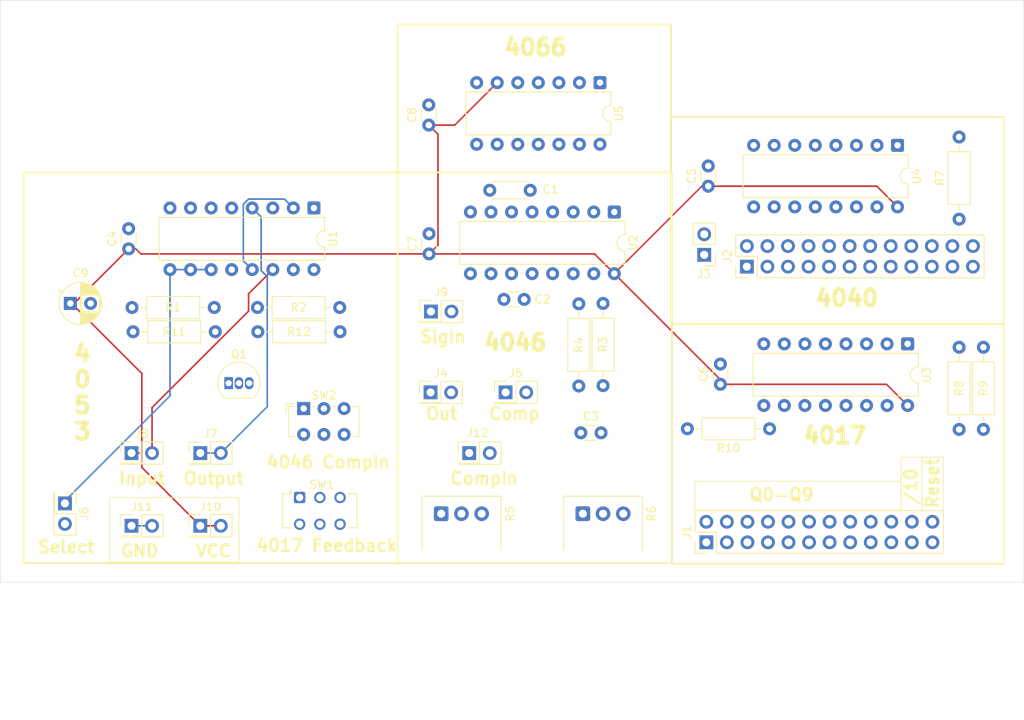
<source format=kicad_pcb>
(kicad_pcb (version 20241229) (generator "pcbnew") (generator_version "9.0")
  (layers (0 "F.Cu" signal) (2 "B.Cu" signal) (13 "F.Paste" user) (15 "B.Paste" user) (5 "F.SilkS" user "F.Silkscreen") (7 "B.SilkS" user "B.Silkscreen") (1 "F.Mask" user) (3 "B.Mask" user) (25 "Edge.Cuts" user))
  (net 0 "")
  (net 1 "Net-(U1-INH)")
  (net 2 "GND")
  (net 3 "Net-(U2-SigIn)")
  (net 4 "Net-(C3-Pad2)")
  (net 5 "/4040/Clock")
  (net 6 "/4040/Reset")
  (net 7 "/4046/SigIn")
  (net 8 "Net-(U2-C2)")
  (net 9 "Net-(U2-C1)")
  (net 10 "/4046/Comp")
  (net 11 "/4053/Select")
  (net 12 "Net-(U2-Inh)")
  (net 13 "Net-(U2-R1)")
  (net 16 "Net-(U2-VCOin)")
  (net 20 "VCC")
  (net 21 "Net-(U2-PC2)")
  (net 22 "/4017/Reset")
  (net 23 "/4017/ClockEnable")
  (net 24 "/4017/Clock")
  (net 25 "/4053/A")
  (net 26 "/4053/C")
  (net 27 "VDD")
  (net 28 "/4053/B")
  (net 29 "/4053/B1")
  (net 30 "/4017/Q1")
  (net 31 "/4017/Q2")
  (net 32 "/4017/Q6")
  (net 33 "/4017/Q7")
  (net 34 "/4017/Q8")
  (net 35 "/4017/Q0")
  (net 36 "/4017/Q5")
  (net 37 "/4017/Q3")
  (net 38 "/4017/Q4")
  (net 39 "/4017/Q10")
  (net 40 "/4017/Q9")
  (net 41 "/4040/Q0")
  (net 42 "/4040/Q11")
  (net 43 "/4040/Q7")
  (net 44 "/4040/Q3")
  (net 45 "/4040/Q9")
  (net 46 "/4040/Q4")
  (net 47 "/4040/Q8")
  (net 48 "/4040/Q5")
  (net 49 "/4040/Q1")
  (net 50 "/4040/Q2")
  (net 51 "/4040/Q6")
  (net 52 "/4040/Q10")
  (net 54 "Net-(Q1-C)")
  (net 55 "/4066/Aen")
  (net 56 "Net-(Q1-B)")
  (net 57 "/4066/B2")
  (net 58 "/4066/Ben")
  (net 59 "/4066/B1")
  (net 60 "/4066/A2")
  (net 61 "/4066/A1")
  (footprint "Capacitor_THT:C_Disc_D4.3mm_W1.9mm_P5.00mm" (layer "F.Cu") (at 151 99.5 180)
    (property "Reference" "C1" (at -2.5 0.125 0) (layer "F.SilkS"))
    (property "Value" "C1")
    (pad "1" thru_hole circle (at 0 0 180) (size 1.6 1.6) (drill 0.8) (layers "*.Cu" "*.Mask") (net 9 "Net-(U2-C1)"))
    (pad "2" thru_hole circle (at 5 0 180) (size 1.6 1.6) (drill 0.8) (layers "*.Cu" "*.Mask") (net 8 "Net-(U2-C2)"))
  )
  (footprint "Connector_PinHeader_2.54mm:PinHeader_2x01_P2.54mm_Vertical" (layer "F.Cu") (at 110.225 141)
    (property "Reference" "J10" (at 1.27 -2.38 0) (layer "F.SilkS"))
    (property "Value" "VCC")
    (pad "1" thru_hole rect (at 0 0) (size 1.7 1.7) (drill 1) (layers "*.Cu" "*.Mask") (net 20 "VCC"))
    (pad "2" thru_hole circle (at 2.54 0) (size 1.7 1.7) (drill 1) (layers "*.Cu" "*.Mask") (net 20 "VCC"))
  )
  (footprint "Package_DIP:DIP-14_W7.62mm" (layer "F.Cu") (at 159.62 86.195 -90)
    (property "Reference" "U5" (at 3.81 -2.33 90) (layer "F.SilkS"))
    (property "Value" "CD4066BE")
    (pad "1" thru_hole roundrect (at 0 0 270) (size 1.6 1.6) (drill 0.8) (layers "*.Cu" "*.Mask") (roundrect_rratio 0.15625) (net 61 "/4066/A1"))
    (pad "2" thru_hole circle (at 0 2.54 270) (size 1.6 1.6) (drill 0.8) (layers "*.Cu" "*.Mask") (net 60 "/4066/A2"))
    (pad "3" thru_hole circle (at 0 5.08 270) (size 1.6 1.6) (drill 0.8) (layers "*.Cu" "*.Mask") (net 57 "/4066/B2"))
    (pad "4" thru_hole circle (at 0 7.62 270) (size 1.6 1.6) (drill 0.8) (layers "*.Cu" "*.Mask") (net 59 "/4066/B1"))
    (pad "5" thru_hole circle (at 0 10.16 270) (size 1.6 1.6) (drill 0.8) (layers "*.Cu" "*.Mask") (net 58 "/4066/Ben"))
    (pad "6" thru_hole circle (at 0 12.7 270) (size 1.6 1.6) (drill 0.8) (layers "*.Cu" "*.Mask") (net 20 "VCC"))
    (pad "7" thru_hole circle (at 0 15.24 270) (size 1.6 1.6) (drill 0.8) (layers "*.Cu" "*.Mask") (net 2 "GND"))
    (pad "8" thru_hole circle (at 7.62 15.24 270) (size 1.6 1.6) (drill 0.8) (layers "*.Cu" "*.Mask") (net 29 "/4053/B1"))
    (pad "9" thru_hole circle (at 7.62 12.7 270) (size 1.6 1.6) (drill 0.8) (layers "*.Cu" "*.Mask") (net 50 "/4040/Q2"))
    (pad "10" thru_hole circle (at 7.62 10.16 270) (size 1.6 1.6) (drill 0.8) (layers "*.Cu" "*.Mask") (net 24 "/4017/Clock"))
    (pad "11" thru_hole circle (at 7.62 7.62 270) (size 1.6 1.6) (drill 0.8) (layers "*.Cu" "*.Mask") (net 5 "/4040/Clock"))
    (pad "12" thru_hole circle (at 7.62 5.08 270) (size 1.6 1.6) (drill 0.8) (layers "*.Cu" "*.Mask") (net 11 "/4053/Select"))
    (pad "13" thru_hole circle (at 7.62 2.54 270) (size 1.6 1.6) (drill 0.8) (layers "*.Cu" "*.Mask") (net 55 "/4066/Aen"))
    (pad "14" thru_hole circle (at 7.62 0 270) (size 1.6 1.6) (drill 0.8) (layers "*.Cu" "*.Mask") (net 27 "VDD"))
  )
  (footprint "Resistor_THT:R_Axial_DIN0207_L6.3mm_D2.5mm_P10.16mm_Horizontal" (layer "F.Cu") (at 117.34 117)
    (property "Reference" "R12" (at 5.08 0 0) (layer "F.SilkS"))
    (property "Value" "100k")
    (pad "1" thru_hole circle (at 0 0) (size 1.6 1.6) (drill 0.8) (layers "*.Cu" "*.Mask") (net 11 "/4053/Select"))
    (pad "2" thru_hole oval (at 10.16 0) (size 1.6 1.6) (drill 0.8) (layers "*.Cu" "*.Mask") (net 56 "Net-(Q1-B)"))
  )
  (footprint "Package_DIP:DIP-16_W7.62mm" (layer "F.Cu") (at 197.64 118.5 -90)
    (property "Reference" "U3" (at 3.81 -2.33 90) (layer "F.SilkS"))
    (property "Value" "4017")
    (pad "1" thru_hole roundrect (at 0 0 270) (size 1.6 1.6) (drill 0.8) (layers "*.Cu" "*.Mask") (roundrect_rratio 0.15625) (net 36 "/4017/Q5"))
    (pad "2" thru_hole circle (at 0 2.54 270) (size 1.6 1.6) (drill 0.8) (layers "*.Cu" "*.Mask") (net 30 "/4017/Q1"))
    (pad "3" thru_hole circle (at 0 5.08 270) (size 1.6 1.6) (drill 0.8) (layers "*.Cu" "*.Mask") (net 35 "/4017/Q0"))
    (pad "4" thru_hole circle (at 0 7.62 270) (size 1.6 1.6) (drill 0.8) (layers "*.Cu" "*.Mask") (net 31 "/4017/Q2"))
    (pad "5" thru_hole circle (at 0 10.16 270) (size 1.6 1.6) (drill 0.8) (layers "*.Cu" "*.Mask") (net 32 "/4017/Q6"))
    (pad "6" thru_hole circle (at 0 12.7 270) (size 1.6 1.6) (drill 0.8) (layers "*.Cu" "*.Mask") (net 33 "/4017/Q7"))
    (pad "7" thru_hole circle (at 0 15.24 270) (size 1.6 1.6) (drill 0.8) (layers "*.Cu" "*.Mask") (net 37 "/4017/Q3"))
    (pad "8" thru_hole circle (at 0 17.78 270) (size 1.6 1.6) (drill 0.8) (layers "*.Cu" "*.Mask") (net 2 "GND"))
    (pad "9" thru_hole circle (at 7.62 17.78 270) (size 1.6 1.6) (drill 0.8) (layers "*.Cu" "*.Mask") (net 34 "/4017/Q8"))
    (pad "10" thru_hole circle (at 7.62 15.24 270) (size 1.6 1.6) (drill 0.8) (layers "*.Cu" "*.Mask") (net 38 "/4017/Q4"))
    (pad "11" thru_hole circle (at 7.62 12.7 270) (size 1.6 1.6) (drill 0.8) (layers "*.Cu" "*.Mask") (net 40 "/4017/Q9"))
    (pad "12" thru_hole circle (at 7.62 10.16 270) (size 1.6 1.6) (drill 0.8) (layers "*.Cu" "*.Mask") (net 39 "/4017/Q10"))
    (pad "13" thru_hole circle (at 7.62 7.62 270) (size 1.6 1.6) (drill 0.8) (layers "*.Cu" "*.Mask") (net 23 "/4017/ClockEnable"))
    (pad "14" thru_hole circle (at 7.62 5.08 270) (size 1.6 1.6) (drill 0.8) (layers "*.Cu" "*.Mask") (net 24 "/4017/Clock"))
    (pad "15" thru_hole circle (at 7.62 2.54 270) (size 1.6 1.6) (drill 0.8) (layers "*.Cu" "*.Mask") (net 22 "/4017/Reset"))
    (pad "16" thru_hole circle (at 7.62 0 270) (size 1.6 1.6) (drill 0.8) (layers "*.Cu" "*.Mask") (net 20 "VCC"))
  )
  (footprint "Resistor_THT:R_Axial_DIN0207_L6.3mm_D2.5mm_P10.16mm_Horizontal" (layer "F.Cu") (at 101.795 114)
    (property "Reference" "R1" (at 5.08 0 0) (layer "F.SilkS"))
    (property "Value" "100K")
    (pad "1" thru_hole circle (at 0 0) (size 1.6 1.6) (drill 0.8) (layers "*.Cu" "*.Mask") (net 1 "Net-(U1-INH)"))
    (pad "2" thru_hole oval (at 10.16 0) (size 1.6 1.6) (drill 0.8) (layers "*.Cu" "*.Mask") (net 2 "GND"))
  )
  (footprint "Resistor_THT:R_Axial_DIN0207_L6.3mm_D2.5mm_P10.16mm_Horizontal" (layer "F.Cu") (at 180.58 129 180)
    (property "Reference" "R10" (at 5.08 -2.37 0) (layer "F.SilkS"))
    (property "Value" "100K")
    (pad "1" thru_hole circle (at 0 0 180) (size 1.6 1.6) (drill 0.8) (layers "*.Cu" "*.Mask") (net 24 "/4017/Clock"))
    (pad "2" thru_hole oval (at 10.16 0 180) (size 1.6 1.6) (drill 0.8) (layers "*.Cu" "*.Mask") (net 2 "GND"))
  )
  (footprint "Resistor_THT:R_Axial_DIN0207_L6.3mm_D2.5mm_P10.16mm_Horizontal" (layer "F.Cu") (at 204 129.08 90)
    (property "Reference" "R8" (at 5.08 0 90) (layer "F.SilkS"))
    (property "Value" "100K")
    (pad "1" thru_hole circle (at 0 0 90) (size 1.6 1.6) (drill 0.8) (layers "*.Cu" "*.Mask") (net 22 "/4017/Reset"))
    (pad "2" thru_hole oval (at 10.16 0 90) (size 1.6 1.6) (drill 0.8) (layers "*.Cu" "*.Mask") (net 2 "GND"))
  )
  (footprint "Connector_PinHeader_2.54mm:PinHeader_2x12_P2.54mm_Vertical" (layer "F.Cu") (at 177.77 108.945 90)
    (property "Reference" "J2" (at 1.27 -2.38 90) (layer "F.SilkS"))
    (property "Value" "4040 Output")
    (pad "1" thru_hole rect (at 0 0 90) (size 1.7 1.7) (drill 1) (layers "*.Cu" "*.Mask") (net 41 "/4040/Q0"))
    (pad "2" thru_hole circle (at 2.54 0 90) (size 1.7 1.7) (drill 1) (layers "*.Cu" "*.Mask") (net 41 "/4040/Q0"))
    (pad "3" thru_hole circle (at 0 2.54 90) (size 1.7 1.7) (drill 1) (layers "*.Cu" "*.Mask") (net 49 "/4040/Q1"))
    (pad "4" thru_hole circle (at 2.54 2.54 90) (size 1.7 1.7) (drill 1) (layers "*.Cu" "*.Mask") (net 49 "/4040/Q1"))
    (pad "5" thru_hole circle (at 0 5.08 90) (size 1.7 1.7) (drill 1) (layers "*.Cu" "*.Mask") (net 50 "/4040/Q2"))
    (pad "6" thru_hole circle (at 2.54 5.08 90) (size 1.7 1.7) (drill 1) (layers "*.Cu" "*.Mask") (net 50 "/4040/Q2"))
    (pad "7" thru_hole circle (at 0 7.62 90) (size 1.7 1.7) (drill 1) (layers "*.Cu" "*.Mask") (net 44 "/4040/Q3"))
    (pad "8" thru_hole circle (at 2.54 7.62 90) (size 1.7 1.7) (drill 1) (layers "*.Cu" "*.Mask") (net 44 "/4040/Q3"))
    (pad "9" thru_hole circle (at 0 10.16 90) (size 1.7 1.7) (drill 1) (layers "*.Cu" "*.Mask") (net 46 "/4040/Q4"))
    (pad "10" thru_hole circle (at 2.54 10.16 90) (size 1.7 1.7) (drill 1) (layers "*.Cu" "*.Mask") (net 46 "/4040/Q4"))
    (pad "11" thru_hole circle (at 0 12.7 90) (size 1.7 1.7) (drill 1) (layers "*.Cu" "*.Mask") (net 48 "/4040/Q5"))
    (pad "12" thru_hole circle (at 2.54 12.7 90) (size 1.7 1.7) (drill 1) (layers "*.Cu" "*.Mask") (net 48 "/4040/Q5"))
    (pad "13" thru_hole circle (at 0 15.24 90) (size 1.7 1.7) (drill 1) (layers "*.Cu" "*.Mask") (net 51 "/4040/Q6"))
    (pad "14" thru_hole circle (at 2.54 15.24 90) (size 1.7 1.7) (drill 1) (layers "*.Cu" "*.Mask") (net 51 "/4040/Q6"))
    (pad "15" thru_hole circle (at 0 17.78 90) (size 1.7 1.7) (drill 1) (layers "*.Cu" "*.Mask") (net 43 "/4040/Q7"))
    (pad "16" thru_hole circle (at 2.54 17.78 90) (size 1.7 1.7) (drill 1) (layers "*.Cu" "*.Mask") (net 43 "/4040/Q7"))
    (pad "17" thru_hole circle (at 0 20.32 90) (size 1.7 1.7) (drill 1) (layers "*.Cu" "*.Mask") (net 47 "/4040/Q8"))
    (pad "18" thru_hole circle (at 2.54 20.32 90) (size 1.7 1.7) (drill 1) (layers "*.Cu" "*.Mask") (net 47 "/4040/Q8"))
    (pad "19" thru_hole circle (at 0 22.86 90) (size 1.7 1.7) (drill 1) (layers "*.Cu" "*.Mask") (net 45 "/4040/Q9"))
    (pad "20" thru_hole circle (at 2.54 22.86 90) (size 1.7 1.7) (drill 1) (layers "*.Cu" "*.Mask") (net 45 "/4040/Q9"))
    (pad "21" thru_hole circle (at 0 25.4 90) (size 1.7 1.7) (drill 1) (layers "*.Cu" "*.Mask") (net 52 "/4040/Q10"))
    (pad "22" thru_hole circle (at 2.54 25.4 90) (size 1.7 1.7) (drill 1) (layers "*.Cu" "*.Mask") (net 52 "/4040/Q10"))
    (pad "23" thru_hole circle (at 0 27.94 90) (size 1.7 1.7) (drill 1) (layers "*.Cu" "*.Mask") (net 42 "/4040/Q11"))
    (pad "24" thru_hole circle (at 2.54 27.94 90) (size 1.7 1.7) (drill 1) (layers "*.Cu" "*.Mask") (net 42 "/4040/Q11"))
  )
  (footprint "Capacitor_THT:C_Disc_D3.0mm_W1.6mm_P2.50mm" (layer "F.Cu") (at 147.75 113)
    (property "Reference" "C2" (at 4.75 0 0) (layer "F.SilkS"))
    (property "Value" "1uF")
    (pad "1" thru_hole circle (at 0 0) (size 1.6 1.6) (drill 0.8) (layers "*.Cu" "*.Mask") (net 3 "Net-(U2-SigIn)"))
    (pad "2" thru_hole circle (at 2.5 0) (size 1.6 1.6) (drill 0.8) (layers "*.Cu" "*.Mask") (net 7 "/4046/SigIn"))
  )
  (footprint "Resistor_THT:R_Axial_DIN0207_L6.3mm_D2.5mm_P10.16mm_Horizontal" (layer "F.Cu") (at 204 103.08 90)
    (property "Reference" "R7" (at 5.08 -2.37 90) (layer "F.SilkS"))
    (property "Value" "100K")
    (pad "1" thru_hole circle (at 0 0 90) (size 1.6 1.6) (drill 0.8) (layers "*.Cu" "*.Mask") (net 6 "/4040/Reset"))
    (pad "2" thru_hole oval (at 10.16 0 90) (size 1.6 1.6) (drill 0.8) (layers "*.Cu" "*.Mask") (net 2 "GND"))
  )
  (footprint "Potentiometer_THT:Potentiometer_Alps_RK097_Single_Horizontal" (layer "F.Cu") (at 157.5 139.5 90)
    (property "Reference" "R6" (at 0 8.5 270) (layer "F.SilkS"))
    (property "Value" "R6")
    (pad "1" thru_hole roundrect (at 0 0 270) (size 1.8 1.8) (drill 1) (layers "*.Cu" "*.Mask") (roundrect_rratio 0.1388888889) (net 16 "Net-(U2-VCOin)"))
    (pad "2" thru_hole circle (at 0 2.5 270) (size 1.8 1.8) (drill 1) (layers "*.Cu" "*.Mask") (net 4 "Net-(C3-Pad2)"))
    (pad "3" thru_hole circle (at 0 5 270) (size 1.8 1.8) (drill 1) (layers "*.Cu" "*.Mask") (net 4 "Net-(C3-Pad2)"))
  )
  (footprint "Connector_PinHeader_2.54mm:PinHeader_2x01_P2.54mm_Vertical" (layer "F.Cu") (at 147.96 124.5)
    (property "Reference" "J5" (at 1.27 -2.38 0) (layer "F.SilkS"))
    (property "Value" "4046 Comp")
    (pad "1" thru_hole rect (at 0 0) (size 1.7 1.7) (drill 1) (layers "*.Cu" "*.Mask") (net 10 "/4046/Comp"))
    (pad "2" thru_hole circle (at 2.54 0) (size 1.7 1.7) (drill 1) (layers "*.Cu" "*.Mask") (net 10 "/4046/Comp"))
  )
  (footprint "Package_DIP:DIP-16_W7.62mm" (layer "F.Cu") (at 161.39 102.195 -90)
    (property "Reference" "U2" (at 3.81 -2.33 90) (layer "F.SilkS"))
    (property "Value" "4046")
    (pad "1" thru_hole roundrect (at 0 0 270) (size 1.6 1.6) (drill 0.8) (layers "*.Cu" "*.Mask") (roundrect_rratio 0.15625))
    (pad "2" thru_hole circle (at 0 2.54 270) (size 1.6 1.6) (drill 0.8) (layers "*.Cu" "*.Mask"))
    (pad "3" thru_hole circle (at 0 5.08 270) (size 1.6 1.6) (drill 0.8) (layers "*.Cu" "*.Mask") (net 10 "/4046/Comp"))
    (pad "4" thru_hole circle (at 0 7.62 270) (size 1.6 1.6) (drill 0.8) (layers "*.Cu" "*.Mask") (net 5 "/4040/Clock"))
    (pad "5" thru_hole circle (at 0 10.16 270) (size 1.6 1.6) (drill 0.8) (layers "*.Cu" "*.Mask") (net 12 "Net-(U2-Inh)"))
    (pad "6" thru_hole circle (at 0 12.7 270) (size 1.6 1.6) (drill 0.8) (layers "*.Cu" "*.Mask") (net 9 "Net-(U2-C1)"))
    (pad "7" thru_hole circle (at 0 15.24 270) (size 1.6 1.6) (drill 0.8) (layers "*.Cu" "*.Mask") (net 8 "Net-(U2-C2)"))
    (pad "8" thru_hole circle (at 0 17.78 270) (size 1.6 1.6) (drill 0.8) (layers "*.Cu" "*.Mask") (net 2 "GND"))
    (pad "9" thru_hole circle (at 7.62 17.78 270) (size 1.6 1.6) (drill 0.8) (layers "*.Cu" "*.Mask") (net 16 "Net-(U2-VCOin)"))
    (pad "10" thru_hole circle (at 7.62 15.24 270) (size 1.6 1.6) (drill 0.8) (layers "*.Cu" "*.Mask"))
    (pad "11" thru_hole circle (at 7.62 12.7 270) (size 1.6 1.6) (drill 0.8) (layers "*.Cu" "*.Mask") (net 13 "Net-(U2-R1)"))
    (pad "12" thru_hole circle (at 7.62 10.16 270) (size 1.6 1.6) (drill 0.8) (layers "*.Cu" "*.Mask"))
    (pad "13" thru_hole circle (at 7.62 7.62 270) (size 1.6 1.6) (drill 0.8) (layers "*.Cu" "*.Mask") (net 21 "Net-(U2-PC2)"))
    (pad "14" thru_hole circle (at 7.62 5.08 270) (size 1.6 1.6) (drill 0.8) (layers "*.Cu" "*.Mask") (net 3 "Net-(U2-SigIn)"))
    (pad "15" thru_hole circle (at 7.62 2.54 270) (size 1.6 1.6) (drill 0.8) (layers "*.Cu" "*.Mask"))
    (pad "16" thru_hole circle (at 7.62 0 270) (size 1.6 1.6) (drill 0.8) (layers "*.Cu" "*.Mask") (net 20 "VCC"))
  )
  (footprint "Package_DIP:DIP-16_W7.62mm" (layer "F.Cu") (at 124.265 101.695 -90)
    (property "Reference" "U1" (at 3.81 -2.33 90) (layer "F.SilkS"))
    (property "Value" "CD4053B")
    (pad "1" thru_hole roundrect (at 0 0 270) (size 1.6 1.6) (drill 0.8) (layers "*.Cu" "*.Mask") (roundrect_rratio 0.15625) (net 29 "/4053/B1"))
    (pad "2" thru_hole circle (at 0 2.54 270) (size 1.6 1.6) (drill 0.8) (layers "*.Cu" "*.Mask") (net 7 "/4046/SigIn"))
    (pad "3" thru_hole circle (at 0 5.08 270) (size 1.6 1.6) (drill 0.8) (layers "*.Cu" "*.Mask") (net 50 "/4040/Q2"))
    (pad "4" thru_hole circle (at 0 7.62 270) (size 1.6 1.6) (drill 0.8) (layers "*.Cu" "*.Mask") (net 26 "/4053/C"))
    (pad "5" thru_hole circle (at 0 10.16 270) (size 1.6 1.6) (drill 0.8) (layers "*.Cu" "*.Mask") (net 5 "/4040/Clock"))
    (pad "6" thru_hole circle (at 0 12.7 270) (size 1.6 1.6) (drill 0.8) (layers "*.Cu" "*.Mask") (net 1 "Net-(U1-INH)"))
    (pad "7" thru_hole circle (at 0 15.24 270) (size 1.6 1.6) (drill 0.8) (layers "*.Cu" "*.Mask") (net 2 "GND"))
    (pad "8" thru_hole circle (at 0 17.78 270) (size 1.6 1.6) (drill 0.8) (layers "*.Cu" "*.Mask") (net 2 "GND"))
    (pad "9" thru_hole circle (at 7.62 17.78 270) (size 1.6 1.6) (drill 0.8) (layers "*.Cu" "*.Mask") (net 11 "/4053/Select"))
    (pad "10" thru_hole circle (at 7.62 15.24 270) (size 1.6 1.6) (drill 0.8) (layers "*.Cu" "*.Mask") (net 11 "/4053/Select"))
    (pad "11" thru_hole circle (at 7.62 12.7 270) (size 1.6 1.6) (drill 0.8) (layers "*.Cu" "*.Mask") (net 11 "/4053/Select"))
    (pad "12" thru_hole circle (at 7.62 10.16 270) (size 1.6 1.6) (drill 0.8) (layers "*.Cu" "*.Mask") (net 24 "/4017/Clock"))
    (pad "13" thru_hole circle (at 7.62 7.62 270) (size 1.6 1.6) (drill 0.8) (layers "*.Cu" "*.Mask") (net 7 "/4046/SigIn"))
    (pad "14" thru_hole circle (at 7.62 5.08 270) (size 1.6 1.6) (drill 0.8) (layers "*.Cu" "*.Mask") (net 25 "/4053/A"))
    (pad "15" thru_hole circle (at 7.62 2.54 270) (size 1.6 1.6) (drill 0.8) (layers "*.Cu" "*.Mask") (net 28 "/4053/B"))
    (pad "16" thru_hole circle (at 7.62 0 270) (size 1.6 1.6) (drill 0.8) (layers "*.Cu" "*.Mask") (net 27 "VDD"))
  )
  (footprint "Capacitor_THT:C_Disc_D3.0mm_W1.6mm_P2.50mm" (layer "F.Cu") (at 138.46 91.445 90)
    (property "Reference" "C8" (at 1.25 -2.05 90) (layer "F.SilkS"))
    (property "Value" "100nF")
    (pad "1" thru_hole circle (at 0 0 90) (size 1.6 1.6) (drill 0.8) (layers "*.Cu" "*.Mask") (net 20 "VCC"))
    (pad "2" thru_hole circle (at 2.5 0 90) (size 1.6 1.6) (drill 0.8) (layers "*.Cu" "*.Mask") (net 2 "GND"))
  )
  (footprint "Connector_PinHeader_2.54mm:PinHeader_2x01_P2.54mm_Vertical" (layer "F.Cu") (at 110.225 132)
    (property "Reference" "J7" (at 1.27 -2.38 0) (layer "F.SilkS"))
    (property "Value" "Output")
    (pad "1" thru_hole rect (at 0 0) (size 1.7 1.7) (drill 1) (layers "*.Cu" "*.Mask") (net 26 "/4053/C"))
    (pad "2" thru_hole circle (at 2.54 0) (size 1.7 1.7) (drill 1) (layers "*.Cu" "*.Mask") (net 26 "/4053/C"))
  )
  (footprint "Capacitor_THT:C_Disc_D3.0mm_W1.6mm_P2.50mm" (layer "F.Cu") (at 101.375 106.75 90)
    (property "Reference" "C4" (at 1.25 -2.05 90) (layer "F.SilkS"))
    (property "Value" "100nF")
    (pad "1" thru_hole circle (at 0 0 90) (size 1.6 1.6) (drill 0.8) (layers "*.Cu" "*.Mask") (net 20 "VCC"))
    (pad "2" thru_hole circle (at 2.5 0 90) (size 1.6 1.6) (drill 0.8) (layers "*.Cu" "*.Mask") (net 2 "GND"))
  )
  (footprint "Button_Switch_THT:SW_E-Switch_EG1271_SPDT" (layer "F.Cu") (at 123 126.5)
    (property "Reference" "SW2" (at 2.5 -1.65 0) (layer "F.SilkS"))
    (property "Value" "4046 CompIn")
    (pad "1" thru_hole rect (at 0 0) (size 1.6 1.6) (drill 0.8) (layers "*.Cu" "*.Mask") (net 29 "/4053/B1"))
    (pad "2" thru_hole circle (at 2.5 0) (size 1.6 1.6) (drill 0.8) (layers "*.Cu" "*.Mask") (net 10 "/4046/Comp"))
    (pad "3" thru_hole circle (at 5 0) (size 1.6 1.6) (drill 0.8) (layers "*.Cu" "*.Mask"))
    (pad "4" thru_hole circle (at 0 3.2) (size 1.6 1.6) (drill 0.8) (layers "*.Cu" "*.Mask"))
    (pad "5" thru_hole circle (at 2.5 3.2) (size 1.6 1.6) (drill 0.8) (layers "*.Cu" "*.Mask"))
    (pad "6" thru_hole circle (at 5 3.2) (size 1.6 1.6) (drill 0.8) (layers "*.Cu" "*.Mask"))
  )
  (footprint "Connector_PinHeader_2.54mm:PinHeader_2x01_P2.54mm_Vertical" (layer "F.Cu") (at 138.725 114.5)
    (property "Reference" "J9" (at 1.27 -2.38 0) (layer "F.SilkS"))
    (property "Value" "4046 SigIn")
    (pad "1" thru_hole rect (at 0 0) (size 1.7 1.7) (drill 1) (layers "*.Cu" "*.Mask") (net 7 "/4046/SigIn"))
    (pad "2" thru_hole circle (at 2.54 0) (size 1.7 1.7) (drill 1) (layers "*.Cu" "*.Mask") (net 7 "/4046/SigIn"))
  )
  (footprint "Connector_PinHeader_2.54mm:PinHeader_1x02_P2.54mm_Vertical" (layer "F.Cu") (at 172.5 107.485 180)
    (property "Reference" "J3" (at 0 -2.38 0) (layer "F.SilkS"))
    (property "Value" "4040 Input")
    (pad "1" thru_hole rect (at 0 0 180) (size 1.7 1.7) (drill 1) (layers "*.Cu" "*.Mask") (net 5 "/4040/Clock"))
    (pad "2" thru_hole circle (at 0 2.54 180) (size 1.7 1.7) (drill 1) (layers "*.Cu" "*.Mask") (net 6 "/4040/Reset"))
  )
  (footprint "Resistor_THT:R_Axial_DIN0207_L6.3mm_D2.5mm_P10.16mm_Horizontal" (layer "F.Cu") (at 117.295 114)
    (property "Reference" "R2" (at 5.08 0 0) (layer "F.SilkS"))
    (property "Value" "100K")
    (pad "1" thru_hole circle (at 0 0) (size 1.6 1.6) (drill 0.8) (layers "*.Cu" "*.Mask") (net 11 "/4053/Select"))
    (pad "2" thru_hole oval (at 10.16 0) (size 1.6 1.6) (drill 0.8) (layers "*.Cu" "*.Mask") (net 2 "GND"))
  )
  (footprint "Capacitor_THT:C_Disc_D3.0mm_W1.6mm_P2.50mm" (layer "F.Cu") (at 174.5 123.5 90)
    (property "Reference" "C6" (at 1.25 -2.05 90) (layer "F.SilkS"))
    (property "Value" "100nF")
    (pad "1" thru_hole circle (at 0 0 90) (size 1.6 1.6) (drill 0.8) (layers "*.Cu" "*.Mask") (net 20 "VCC"))
    (pad "2" thru_hole circle (at 2.5 0 90) (size 1.6 1.6) (drill 0.8) (layers "*.Cu" "*.Mask") (net 2 "GND"))
  )
  (footprint "Resistor_THT:R_Axial_DIN0207_L6.3mm_D2.5mm_P10.16mm_Horizontal" (layer "F.Cu") (at 207 129.08 90)
    (property "Reference" "R9" (at 5.08 0 90) (layer "F.SilkS"))
    (property "Value" "100K")
    (pad "1" thru_hole circle (at 0 0 90) (size 1.6 1.6) (drill 0.8) (layers "*.Cu" "*.Mask") (net 23 "/4017/ClockEnable"))
    (pad "2" thru_hole oval (at 10.16 0 90) (size 1.6 1.6) (drill 0.8) (layers "*.Cu" "*.Mask") (net 2 "GND"))
  )
  (footprint "Connector_PinHeader_2.54mm:PinHeader_2x01_P2.54mm_Vertical" (layer "F.Cu") (at 101.725 141)
    (property "Reference" "J11" (at 1.27 -2.38 0) (layer "F.SilkS"))
    (property "Value" "GND")
    (pad "1" thru_hole rect (at 0 0) (size 1.7 1.7) (drill 1) (layers "*.Cu" "*.Mask") (net 2 "GND"))
    (pad "2" thru_hole circle (at 2.54 0) (size 1.7 1.7) (drill 1) (layers "*.Cu" "*.Mask") (net 2 "GND"))
  )
  (footprint "Package_DIP:DIP-16_W7.62mm" (layer "F.Cu") (at 196.39 93.945 -90)
    (property "Reference" "U4" (at 3.81 -2.33 90) (layer "F.SilkS"))
    (property "Value" "4040")
    (pad "1" thru_hole roundrect (at 0 0 270) (size 1.6 1.6) (drill 0.8) (layers "*.Cu" "*.Mask") (roundrect_rratio 0.15625) (net 42 "/4040/Q11"))
    (pad "2" thru_hole circle (at 0 2.54 270) (size 1.6 1.6) (drill 0.8) (layers "*.Cu" "*.Mask") (net 48 "/4040/Q5"))
    (pad "3" thru_hole circle (at 0 5.08 270) (size 1.6 1.6) (drill 0.8) (layers "*.Cu" "*.Mask") (net 46 "/4040/Q4"))
    (pad "4" thru_hole circle (at 0 7.62 270) (size 1.6 1.6) (drill 0.8) (layers "*.Cu" "*.Mask") (net 51 "/4040/Q6"))
    (pad "5" thru_hole circle (at 0 10.16 270) (size 1.6 1.6) (drill 0.8) (layers "*.Cu" "*.Mask") (net 44 "/4040/Q3"))
    (pad "6" thru_hole circle (at 0 12.7 270) (size 1.6 1.6) (drill 0.8) (layers "*.Cu" "*.Mask") (net 50 "/4040/Q2"))
    (pad "7" thru_hole circle (at 0 15.24 270) (size 1.6 1.6) (drill 0.8) (layers "*.Cu" "*.Mask") (net 49 "/4040/Q1"))
    (pad "8" thru_hole circle (at 0 17.78 270) (size 1.6 1.6) (drill 0.8) (layers "*.Cu" "*.Mask") (net 2 "GND"))
    (pad "9" thru_hole circle (at 7.62 17.78 270) (size 1.6 1.6) (drill 0.8) (layers "*.Cu" "*.Mask") (net 41 "/4040/Q0"))
    (pad "10" thru_hole circle (at 7.62 15.24 270) (size 1.6 1.6) (drill 0.8) (layers "*.Cu" "*.Mask") (net 5 "/4040/Clock"))
    (pad "11" thru_hole circle (at 7.62 12.7 270) (size 1.6 1.6) (drill 0.8) (layers "*.Cu" "*.Mask") (net 6 "/4040/Reset"))
    (pad "12" thru_hole circle (at 7.62 10.16 270) (size 1.6 1.6) (drill 0.8) (layers "*.Cu" "*.Mask") (net 47 "/4040/Q8"))
    (pad "13" thru_hole circle (at 7.62 7.62 270) (size 1.6 1.6) (drill 0.8) (layers "*.Cu" "*.Mask") (net 43 "/4040/Q7"))
    (pad "14" thru_hole circle (at 7.62 5.08 270) (size 1.6 1.6) (drill 0.8) (layers "*.Cu" "*.Mask") (net 45 "/4040/Q9"))
    (pad "15" thru_hole circle (at 7.62 2.54 270) (size 1.6 1.6) (drill 0.8) (layers "*.Cu" "*.Mask") (net 52 "/4040/Q10"))
    (pad "16" thru_hole circle (at 7.62 0 270) (size 1.6 1.6) (drill 0.8) (layers "*.Cu" "*.Mask") (net 20 "VCC"))
  )
  (footprint "Connector_PinHeader_2.54mm:PinHeader_2x01_P2.54mm_Vertical" (layer "F.Cu") (at 93.5 138.225 -90)
    (property "Reference" "J6" (at 1.27 -2.38 90) (layer "F.SilkS"))
    (property "Value" "Select")
    (pad "1" thru_hole rect (at 0 0 270) (size 1.7 1.7) (drill 1) (layers "*.Cu" "*.Mask") (net 11 "/4053/Select"))
    (pad "2" thru_hole circle (at 2.54 0 270) (size 1.7 1.7) (drill 1) (layers "*.Cu" "*.Mask") (net 11 "/4053/Select"))
  )
  (footprint "Button_Switch_THT:SW_CK_JS202011CQN_DPDT_Straight" (layer "F.Cu") (at 122.5 137.5)
    (property "Reference" "SW1" (at 2.75 -1.6 0) (layer "F.SilkS"))
    (property "Value" "4017 Feedback")
    (pad "1" thru_hole roundrect (at 0 0) (size 1.4 1.4) (drill 0.9) (layers "*.Cu" "*.Mask") (roundrect_rratio 0.1785714286) (net 22 "/4017/Reset"))
    (pad "2" thru_hole circle (at 2.5 0) (size 1.4 1.4) (drill 0.9) (layers "*.Cu" "*.Mask") (net 28 "/4053/B"))
    (pad "3" thru_hole circle (at 5 0) (size 1.4 1.4) (drill 0.9) (layers "*.Cu" "*.Mask") (net 35 "/4017/Q0"))
    (pad "4" thru_hole circle (at 5 3.3) (size 1.4 1.4) (drill 0.9) (layers "*.Cu" "*.Mask"))
    (pad "5" thru_hole circle (at 2.5 3.3) (size 1.4 1.4) (drill 0.9) (layers "*.Cu" "*.Mask"))
    (pad "6" thru_hole circle (at 0 3.3) (size 1.4 1.4) (drill 0.9) (layers "*.Cu" "*.Mask"))
  )
  (footprint "Potentiometer_THT:Potentiometer_Alps_RK097_Single_Horizontal" (layer "F.Cu") (at 140 139.5 90)
    (property "Reference" "R5" (at 0 8.5 270) (layer "F.SilkS"))
    (property "Value" "R5")
    (pad "1" thru_hole roundrect (at 0 0 270) (size 1.8 1.8) (drill 1) (layers "*.Cu" "*.Mask") (roundrect_rratio 0.1388888889) (net 21 "Net-(U2-PC2)"))
    (pad "2" thru_hole circle (at 0 2.5 270) (size 1.8 1.8) (drill 1) (layers "*.Cu" "*.Mask") (net 16 "Net-(U2-VCOin)"))
    (pad "3" thru_hole circle (at 0 5 270) (size 1.8 1.8) (drill 1) (layers "*.Cu" "*.Mask") (net 16 "Net-(U2-VCOin)"))
  )
  (footprint "Resistor_THT:R_Axial_DIN0207_L6.3mm_D2.5mm_P10.16mm_Horizontal" (layer "F.Cu") (at 101.92 117)
    (property "Reference" "R11" (at 5.08 0 0) (layer "F.SilkS"))
    (property "Value" "10k")
    (pad "1" thru_hole circle (at 0 0) (size 1.6 1.6) (drill 0.8) (layers "*.Cu" "*.Mask") (net 20 "VCC"))
    (pad "2" thru_hole oval (at 10.16 0) (size 1.6 1.6) (drill 0.8) (layers "*.Cu" "*.Mask") (net 54 "Net-(Q1-C)"))
  )
  (footprint "Connector_PinHeader_2.54mm:PinHeader_2x01_P2.54mm_Vertical" (layer "F.Cu") (at 143.46 132)
    (property "Reference" "J12" (at 1.04 -2.5 0) (layer "F.SilkS"))
    (property "Value" "4046 Comp In")
    (pad "1" thru_hole rect (at 0 0) (size 1.7 1.7) (drill 1) (layers "*.Cu" "*.Mask") (net 29 "/4053/B1"))
    (pad "2" thru_hole circle (at 2.54 0) (size 1.7 1.7) (drill 1) (layers "*.Cu" "*.Mask") (net 29 "/4053/B1"))
  )
  (footprint "Package_TO_SOT_THT:TO-92_Inline" (layer "F.Cu") (at 113.73 123.36)
    (property "Reference" "Q1" (at 1.27 -3.56 0) (layer "F.SilkS"))
    (property "Value" "2N3904")
    (pad "1" thru_hole rect (at 0 0) (size 1.05 1.5) (drill 0.75) (layers "*.Cu" "*.Mask") (net 2 "GND"))
    (pad "2" thru_hole oval (at 1.27 0) (size 1.05 1.5) (drill 0.75) (layers "*.Cu" "*.Mask") (net 56 "Net-(Q1-B)"))
    (pad "3" thru_hole oval (at 2.54 0) (size 1.05 1.5) (drill 0.75) (layers "*.Cu" "*.Mask") (net 54 "Net-(Q1-C)"))
  )
  (footprint "Connector_PinHeader_2.54mm:PinHeader_2x01_P2.54mm_Vertical" (layer "F.Cu") (at 138.685 124.5)
    (property "Reference" "J4" (at 1.27 -2.38 0) (layer "F.SilkS"))
    (property "Value" "4046 Out")
    (pad "1" thru_hole rect (at 0 0) (size 1.7 1.7) (drill 1) (layers "*.Cu" "*.Mask") (net 5 "/4040/Clock"))
    (pad "2" thru_hole circle (at 2.54 0) (size 1.7 1.7) (drill 1) (layers "*.Cu" "*.Mask") (net 5 "/4040/Clock"))
  )
  (footprint "Resistor_THT:R_Axial_DIN0207_L6.3mm_D2.5mm_P10.16mm_Horizontal" (layer "F.Cu") (at 160 113.5 -90)
    (property "Reference" "R3" (at 5.08 0 270) (layer "F.SilkS"))
    (property "Value" "100K")
    (pad "1" thru_hole circle (at 0 0 270) (size 1.6 1.6) (drill 0.8) (layers "*.Cu" "*.Mask") (net 12 "Net-(U2-Inh)"))
    (pad "2" thru_hole oval (at 10.16 0 270) (size 1.6 1.6) (drill 0.8) (layers "*.Cu" "*.Mask") (net 2 "GND"))
  )
  (footprint "Capacitor_THT:CP_Radial_D5.0mm_P2.50mm" (layer "F.Cu") (at 94.1699 113.5)
    (property "Reference" "C9" (at 1.25 -3.75 0) (layer "F.SilkS"))
    (property "Value" "10uF")
    (pad "1" thru_hole rect (at 0 0) (size 1.6 1.6) (drill 0.8) (layers "*.Cu" "*.Mask") (net 20 "VCC"))
    (pad "2" thru_hole circle (at 2.5 0) (size 1.6 1.6) (drill 0.8) (layers "*.Cu" "*.Mask") (net 2 "GND"))
  )
  (footprint "Capacitor_THT:C_Disc_D3.0mm_W1.6mm_P2.50mm" (layer "F.Cu") (at 138.5 107.375 90)
    (property "Reference" "C7" (at 1.25 -2.05 90) (layer "F.SilkS"))
    (property "Value" "100nF")
    (pad "1" thru_hole circle (at 0 0 90) (size 1.6 1.6) (drill 0.8) (layers "*.Cu" "*.Mask") (net 20 "VCC"))
    (pad "2" thru_hole circle (at 2.5 0 90) (size 1.6 1.6) (drill 0.8) (layers "*.Cu" "*.Mask") (net 2 "GND"))
  )
  (footprint "Capacitor_THT:C_Disc_D3.0mm_W1.6mm_P2.50mm" (layer "F.Cu") (at 157.25 129.5)
    (property "Reference" "C3" (at 1.25 -2.05 0) (layer "F.SilkS"))
    (property "Value" "1uF")
    (pad "1" thru_hole circle (at 0 0) (size 1.6 1.6) (drill 0.8) (layers "*.Cu" "*.Mask") (net 2 "GND"))
    (pad "2" thru_hole circle (at 2.5 0) (size 1.6 1.6) (drill 0.8) (layers "*.Cu" "*.Mask") (net 4 "Net-(C3-Pad2)"))
  )
  (footprint "Connector_PinHeader_2.54mm:PinHeader_2x01_P2.54mm_Vertical" (layer "F.Cu") (at 101.725 132)
    (property "Reference" "J8" (at 1.27 -2.38 0) (layer "F.SilkS"))
    (property "Value" "Input")
    (pad "1" thru_hole rect (at 0 0) (size 1.7 1.7) (drill 1) (layers "*.Cu" "*.Mask") (net 25 "/4053/A"))
    (pad "2" thru_hole circle (at 2.54 0) (size 1.7 1.7) (drill 1) (layers "*.Cu" "*.Mask") (net 25 "/4053/A"))
  )
  (footprint "Capacitor_THT:C_Disc_D3.0mm_W1.6mm_P2.50mm" (layer "F.Cu") (at 173 99 90)
    (property "Reference" "C5" (at 1.25 -2.05 90) (layer "F.SilkS"))
    (property "Value" "100nF")
    (pad "1" thru_hole circle (at 0 0 90) (size 1.6 1.6) (drill 0.8) (layers "*.Cu" "*.Mask") (net 20 "VCC"))
    (pad "2" thru_hole circle (at 2.5 0 90) (size 1.6 1.6) (drill 0.8) (layers "*.Cu" "*.Mask") (net 2 "GND"))
  )
  (footprint "Resistor_THT:R_Axial_DIN0207_L6.3mm_D2.5mm_P10.16mm_Horizontal" (layer "F.Cu") (at 157 113.545 -90)
    (property "Reference" "R4" (at 5.08 0 90) (layer "F.SilkS"))
    (property "Value" "100K")
    (pad "1" thru_hole circle (at 0 0 270) (size 1.6 1.6) (drill 0.8) (layers "*.Cu" "*.Mask") (net 13 "Net-(U2-R1)"))
    (pad "2" thru_hole oval (at 10.16 0 270) (size 1.6 1.6) (drill 0.8) (layers "*.Cu" "*.Mask") (net 2 "GND"))
  )
  (footprint "Connector_PinHeader_2.54mm:PinHeader_2x12_P2.54mm_Vertical" (layer "F.Cu") (at 172.76 143.04 90)
    (property "Reference" "J1" (at 1.27 -2.38 90) (layer "F.SilkS"))
    (property "Value" "4017 Pins")
    (pad "1" thru_hole rect (at 0 0 90) (size 1.7 1.7) (drill 1) (layers "*.Cu" "*.Mask") (net 35 "/4017/Q0"))
    (pad "2" thru_hole circle (at 2.54 0 90) (size 1.7 1.7) (drill 1) (layers "*.Cu" "*.Mask") (net 35 "/4017/Q0"))
    (pad "3" thru_hole circle (at 0 2.54 90) (size 1.7 1.7) (drill 1) (layers "*.Cu" "*.Mask") (net 30 "/4017/Q1"))
    (pad "4" thru_hole circle (at 2.54 2.54 90) (size 1.7 1.7) (drill 1) (layers "*.Cu" "*.Mask") (net 30 "/4017/Q1"))
    (pad "5" thru_hole circle (at 0 5.08 90) (size 1.7 1.7) (drill 1) (layers "*.Cu" "*.Mask") (net 31 "/4017/Q2"))
    (pad "6" thru_hole circle (at 2.54 5.08 90) (size 1.7 1.7) (drill 1) (layers "*.Cu" "*.Mask") (net 31 "/4017/Q2"))
    (pad "7" thru_hole circle (at 0 7.62 90) (size 1.7 1.7) (drill 1) (layers "*.Cu" "*.Mask") (net 37 "/4017/Q3"))
    (pad "8" thru_hole circle (at 2.54 7.62 90) (size 1.7 1.7) (drill 1) (layers "*.Cu" "*.Mask") (net 37 "/4017/Q3"))
    (pad "9" thru_hole circle (at 0 10.16 90) (size 1.7 1.7) (drill 1) (layers "*.Cu" "*.Mask") (net 38 "/4017/Q4"))
    (pad "10" thru_hole circle (at 2.54 10.16 90) (size 1.7 1.7) (drill 1) (layers "*.Cu" "*.Mask") (net 38 "/4017/Q4"))
    (pad "11" thru_hole circle (at 0 12.7 90) (size 1.7 1.7) (drill 1) (layers "*.Cu" "*.Mask") (net 36 "/4017/Q5"))
    (pad "12" thru_hole circle (at 2.54 12.7 90) (size 1.7 1.7) (drill 1) (layers "*.Cu" "*.Mask") (net 36 "/4017/Q5"))
    (pad "13" thru_hole circle (at 0 15.24 90) (size 1.7 1.7) (drill 1) (layers "*.Cu" "*.Mask") (net 32 "/4017/Q6"))
    (pad "14" thru_hole circle (at 2.54 15.24 90) (size 1.7 1.7) (drill 1) (layers "*.Cu" "*.Mask") (net 32 "/4017/Q6"))
    (pad "15" thru_hole circle (at 0 17.78 90) (size 1.7 1.7) (drill 1) (layers "*.Cu" "*.Mask") (net 33 "/4017/Q7"))
    (pad "16" thru_hole circle (at 2.54 17.78 90) (size 1.7 1.7) (drill 1) (layers "*.Cu" "*.Mask") (net 33 "/4017/Q7"))
    (pad "17" thru_hole circle (at 0 20.32 90) (size 1.7 1.7) (drill 1) (layers "*.Cu" "*.Mask") (net 34 "/4017/Q8"))
    (pad "18" thru_hole circle (at 2.54 20.32 90) (size 1.7 1.7) (drill 1) (layers "*.Cu" "*.Mask") (net 34 "/4017/Q8"))
    (pad "19" thru_hole circle (at 0 22.86 90) (size 1.7 1.7) (drill 1) (layers "*.Cu" "*.Mask") (net 40 "/4017/Q9"))
    (pad "20" thru_hole circle (at 2.54 22.86 90) (size 1.7 1.7) (drill 1) (layers "*.Cu" "*.Mask") (net 40 "/4017/Q9"))
    (pad "21" thru_hole circle (at 0 25.4 90) (size 1.7 1.7) (drill 1) (layers "*.Cu" "*.Mask") (net 39 "/4017/Q10"))
    (pad "22" thru_hole circle (at 2.54 25.4 90) (size 1.7 1.7) (drill 1) (layers "*.Cu" "*.Mask") (net 39 "/4017/Q10"))
    (pad "23" thru_hole circle (at 0 27.94 90) (size 1.7 1.7) (drill 1) (layers "*.Cu" "*.Mask") (net 22 "/4017/Reset"))
    (pad "24" thru_hole circle (at 2.54 27.94 90) (size 1.7 1.7) (drill 1) (layers "*.Cu" "*.Mask") (net 22 "/4017/Reset"))
  )
  (gr_rect (start 134.6 97.305) (end 168.5 145.625) (stroke (width 0.2)) (fill no) (layer "F.SilkS"))
  (gr_rect (start 168.5 116.07) (end 209.5 145.685) (stroke (width 0.2)) (fill no) (layer "F.SilkS"))
  (gr_rect (start 88.375 97.305) (end 134.6 145.625) (stroke (width 0.2)) (fill no) (layer "F.SilkS"))
  (gr_rect (start 199.42 132.5) (end 202.08 139.12) (stroke (width 0.1)) (fill no) (layer "F.SilkS"))
  (gr_rect (start 134.6 79) (end 168.39 97.305) (stroke (width 0.2)) (fill no) (layer "F.SilkS"))
  (gr_rect (start 168.39 90.445) (end 209.5 116.07) (stroke (width 0.2)) (fill no) (layer "F.SilkS"))
  (gr_rect (start 171.33 135.5) (end 196.83 139.08) (stroke (width 0.1)) (fill no) (layer "F.SilkS"))
  (gr_rect (start 196.83 132.5) (end 199.42 139.12) (stroke (width 0.1)) (fill no) (layer "F.SilkS"))
  (gr_rect (start 99 137.5) (end 115 145.5) (stroke (width 0.1)) (fill no) (layer "F.SilkS"))
  (gr_rect (start 85.5 76) (end 212 148) (stroke (width 0.05)) (fill no) (layer "Edge.Cuts"))
  (gr_text "4017" (at 184.5 131 0) (layer "F.SilkS") (effects (font (size 2 2) (thickness 0.5) (bold yes)) (justify left bottom)))
  (gr_text "CompIn" (at 140.96 136 0) (layer "F.SilkS") (effects (font (size 1.5 1.5) (thickness 0.3) (bold yes)) (justify left bottom)))
  (gr_text "4017 Feedback" (at 117 144.3 0) (layer "F.SilkS") (effects (font (size 1.5 1.5) (thickness 0.3) (bold yes)) (justify left bottom)))
  (gr_text "VCC" (at 109.53 145 0) (layer "F.SilkS") (effects (font (size 1.5 1.5) (thickness 0.3) (bold yes)) (justify left bottom)))
  (gr_text "4066" (at 147.5 83 0) (layer "F.SilkS") (effects (font (size 2 2) (thickness 0.5) (bold yes)) (justify left bottom)))
  (gr_text "Select" (at 90 144.5 0) (layer "F.SilkS") (effects (font (size 1.5 1.5) (thickness 0.3) (bold yes)) (justify left bottom)))
  (gr_text "Reset" (at 201.58 139 90) (layer "F.SilkS") (effects (font (size 1.5 1.5) (thickness 0.3) (bold yes)) (justify left bottom)))
  (gr_text "4046" (at 145 119.5 0) (layer "F.SilkS") (effects (font (size 2 2) (thickness 0.5) (bold yes)) (justify left bottom)))
  (gr_text "Q0-Q9" (at 177.92 138.04 0) (layer "F.SilkS") (effects (font (size 1.5 1.5) (thickness 0.3) (bold yes)) (justify left bottom)))
  (gr_text "4046 CompIn" (at 118.265 134 0) (layer "F.SilkS") (effects (font (size 1.5 1.5) (thickness 0.3) (bold yes)) (justify left bottom)))
  (gr_text "/10" (at 198.92 138.54 90) (layer "F.SilkS") (effects (font (size 1.5 1.5) (thickness 0.3) (bold yes)) (justify left bottom)))
  (gr_text "Input" (at 100 136 0) (layer "F.SilkS") (effects (font (size 1.5 1.5) (thickness 0.3) (bold yes)) (justify left bottom)))
  (gr_text "4040" (at 186 114 0) (layer "F.SilkS") (effects (font (size 2 2) (thickness 0.5) (bold yes)) (justify left bottom)))
  (gr_text "SigIn" (at 137.225 118.5 0) (layer "F.SilkS") (effects (font (size 1.5 1.5) (thickness 0.3) (bold yes)) (justify left bottom)))
  (gr_text "Output" (at 108 136 0) (layer "F.SilkS") (effects (font (size 1.5 1.5) (thickness 0.3) (bold yes)) (justify left bottom)))
  (gr_text "4\n0\n5\n3" (at 94.375 130.5 0) (layer "F.SilkS") (effects (font (size 2 2) (thickness 0.5) (bold yes)) (justify left bottom)))
  (gr_text "Out" (at 137.96 128 0) (layer "F.SilkS") (effects (font (size 1.5 1.5) (thickness 0.3) (bold yes)) (justify left bottom)))
  (gr_text "Comp" (at 145.73 128 0) (layer "F.SilkS") (effects (font (size 1.5 1.5) (thickness 0.3) (bold yes)) (justify left bottom)))
  (gr_text "GND" (at 100.265 145 0) (layer "F.SilkS") (effects (font (size 1.5 1.5) (thickness 0.3) (bold yes)) (justify left bottom)))
  (segment (start 101.725 141) (end 104.265 141) (width 0.2) (layer "B.Cu") (net 2))
  (segment (start 120.624 100.594) (end 121.725 101.695) (width 0.2) (layer "B.Cu") (net 7))
  (segment (start 115.544 101.23895) (end 116.18895 100.594) (width 0.2) (layer "B.Cu") (net 7))
  (segment (start 116.18895 100.594) (end 120.624 100.594) (width 0.2) (layer "B.Cu") (net 7))
  (segment (start 116.645 109.315) (end 115.544 108.214) (width 0.2) (layer "B.Cu") (net 7))
  (segment (start 115.544 108.214) (end 115.544 101.23895) (width 0.2) (layer "B.Cu") (net 7))
  (segment (start 106.485 109.315) (end 106.485 124.938) (width 0.2) (layer "B.Cu") (net 11))
  (segment (start 106.485 124.938) (end 93.5 137.923) (width 0.2) (layer "B.Cu") (net 11))
  (segment (start 109.025 109.315) (end 111.565 109.315) (width 0.2) (layer "B.Cu") (net 11))
  (segment (start 109.025 109.315) (end 106.485 109.315) (width 0.2) (layer "B.Cu") (net 11))
  (segment (start 93.5 137.923) (end 93.5 138.225) (width 0.2) (layer "B.Cu") (net 11))
  (segment (start 138.5 107.375) (end 139.601 106.274) (width 0.2) (layer "F.Cu") (net 20))
  (segment (start 174.5 122.925) (end 174.5 123.5) (width 0.2) (layer "F.Cu") (net 20))
  (segment (start 174.5 123.5) (end 195.02 123.5) (width 0.2) (layer "F.Cu") (net 20))
  (segment (start 94.34 113.5) (end 94.1699 113.5) (width 0.2) (layer "F.Cu") (net 20))
  (segment (start 139.601 92.586) (end 138.46 91.445) (width 0.2) (layer "F.Cu") (net 20))
  (segment (start 195.02 123.5) (end 197.64 126.12) (width 0.2) (layer "F.Cu") (net 20))
  (segment (start 138.5 107.375) (end 158.95 107.375) (width 0.2) (layer "F.Cu") (net 20))
  (segment (start 103 133.775) (end 103 122.16) (width 0.2) (layer "F.Cu") (net 20))
  (segment (start 94.1699 113.5) (end 94.625 113.5) (width 0.2) (layer "F.Cu") (net 20))
  (segment (start 172.205 99) (end 173 99) (width 0.2) (layer "F.Cu") (net 20))
  (segment (start 158.95 107.375) (end 161.39 109.815) (width 0.2) (layer "F.Cu") (net 20))
  (segment (start 110.225 141) (end 103 133.775) (width 0.2) (layer "F.Cu") (net 20))
  (segment (start 161.39 109.815) (end 172.205 99) (width 0.2) (layer "F.Cu") (net 20))
  (segment (start 139.601 106.274) (end 139.601 92.586) (width 0.2) (layer "F.Cu") (net 20))
  (segment (start 101.375 106.75) (end 102.25 106.75) (width 0.2) (layer "F.Cu") (net 20))
  (segment (start 102.875 107.375) (end 138.5 107.375) (width 0.2) (layer "F.Cu") (net 20))
  (segment (start 101.84 121) (end 94.34 113.5) (width 0.2) (layer "F.Cu") (net 20))
  (segment (start 94.625 113.5) (end 101.375 106.75) (width 0.2) (layer "F.Cu") (net 20))
  (segment (start 102.25 106.75) (end 102.875 107.375) (width 0.2) (layer "F.Cu") (net 20))
  (segment (start 161.39 109.815) (end 174.5 122.925) (width 0.2) (layer "F.Cu") (net 20))
  (segment (start 173 99) (end 193.825 99) (width 0.2) (layer "F.Cu") (net 20))
  (segment (start 103 122.16) (end 101.84 121) (width 0.2) (layer "F.Cu") (net 20))
  (segment (start 193.825 99) (end 196.39 101.565) (width 0.2) (layer "F.Cu") (net 20))
  (segment (start 141.67 91.445) (end 146.92 86.195) (width 0.2) (layer "F.Cu") (net 20))
  (segment (start 110.225 141) (end 112.765 141) (width 0.2) (layer "F.Cu") (net 20))
  (segment (start 138.46 91.445) (end 141.67 91.445) (width 0.2) (layer "F.Cu") (net 20))
  (segment (start 104.265 132) (end 104.265 126.37205) (width 0.2) (layer "F.Cu") (net 25))
  (segment (start 104.265 126.37205) (end 116.194 114.44305) (width 0.2) (layer "F.Cu") (net 25))
  (segment (start 116.194 112.306) (end 119.185 109.315) (width 0.2) (layer "F.Cu") (net 25))
  (segment (start 116.194 114.44305) (end 116.194 112.306) (width 0.2) (layer "F.Cu") (net 25))
  (segment (start 101.725 132) (end 102.672 132) (width 0.2) (layer "F.Cu") (net 25))
  (segment (start 118.5 126.265) (end 118.5 110.18705) (width 0.2) (layer "B.Cu") (net 26))
  (segment (start 117.746 109.43305) (end 117.746 102.796) (width 0.2) (layer "B.Cu") (net 26))
  (segment (start 110.225 132) (end 112.765 132) (width 0.2) (layer "B.Cu") (net 26))
  (segment (start 118.5 110.18705) (end 117.746 109.43305) (width 0.2) (layer "B.Cu") (net 26))
  (segment (start 117.746 102.796) (end 116.645 101.695) (width 0.2) (layer "B.Cu") (net 26))
  (segment (start 112.765 132) (end 118.5 126.265) (width 0.2) (layer "B.Cu") (net 26))
)
</source>
